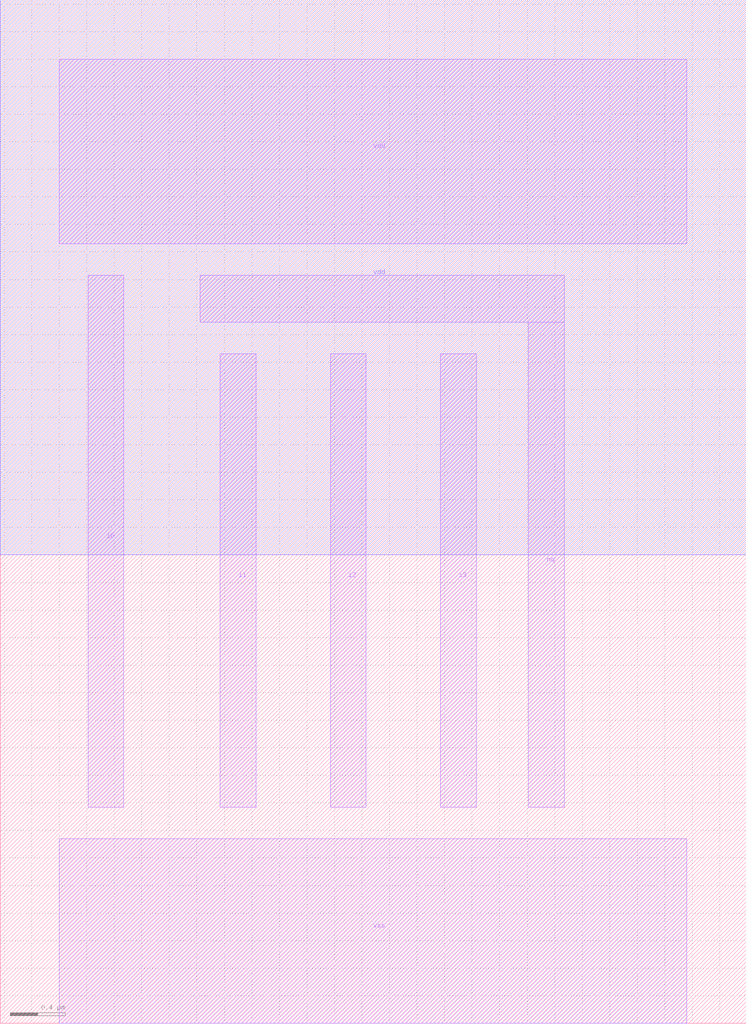
<source format=lef>
VERSION 5.7 ;
  NOWIREEXTENSIONATPIN ON ;
  DIVIDERCHAR "/" ;
  BUSBITCHARS "[]" ;
MACRO nand4_x0
  CLASS BLOCK ;
  FOREIGN nand4_x0 ;
  ORIGIN 0.430 0.000 ;
  SIZE 5.420 BY 7.430 ;
  PIN vss
    ANTENNADIFFAREA 1.928000 ;
    PORT
      LAYER Metal1 ;
        RECT 0.000 0.000 4.560 1.340 ;
    END
  END vss
  PIN vdd
    ANTENNADIFFAREA 2.772800 ;
    PORT
      LAYER Nwell ;
        RECT -0.430 3.400 4.990 7.430 ;
      LAYER Metal1 ;
        RECT 0.000 5.660 4.560 7.000 ;
    END
  END vdd
  PIN i0
    ANTENNAGATEAREA 0.492800 ;
    PORT
      LAYER Metal1 ;
        RECT 0.210 1.570 0.470 5.430 ;
    END
  END i0
  PIN nq
    ANTENNADIFFAREA 1.302400 ;
    PORT
      LAYER Metal1 ;
        RECT 1.025 5.090 3.670 5.430 ;
        RECT 3.410 1.570 3.670 5.090 ;
    END
  END nq
  PIN i1
    ANTENNAGATEAREA 0.492800 ;
    PORT
      LAYER Metal1 ;
        RECT 1.170 1.570 1.430 4.860 ;
    END
  END i1
  PIN i2
    ANTENNAGATEAREA 0.492800 ;
    PORT
      LAYER Metal1 ;
        RECT 1.970 1.570 2.230 4.860 ;
    END
  END i2
  PIN i3
    ANTENNAGATEAREA 0.492800 ;
    PORT
      LAYER Metal1 ;
        RECT 2.770 1.570 3.030 4.860 ;
    END
  END i3
END nand4_x0
END LIBRARY


</source>
